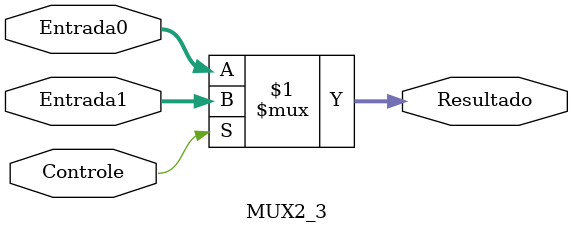
<source format=v>
module MUX2_3 (Entrada0, Entrada1, Controle, Resultado);

  input [2:0] Entrada0, Entrada1;
  input Controle;
  output [2:0] Resultado;

  assign Resultado = Controle ? Entrada1 : Entrada0;

endmodule
</source>
